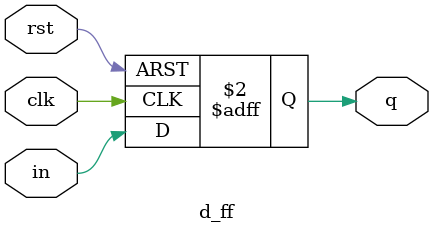
<source format=v>
`timescale 1ns / 1ps


module d_ff(
    input in,
    input clk,
    input rst,
    output reg q
    );
     
always@(posedge clk, posedge rst)
    begin
        if(rst)
            q<=0;
        else
            q<=in;
        end
endmodule
</source>
